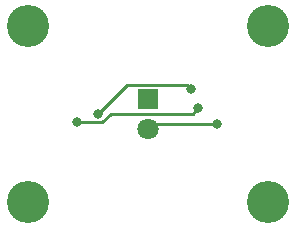
<source format=gbr>
%TF.GenerationSoftware,KiCad,Pcbnew,7.0.2-6a45011f42~172~ubuntu22.04.1*%
%TF.CreationDate,2023-09-06T17:39:41-07:00*%
%TF.ProjectId,basic_led,62617369-635f-46c6-9564-2e6b69636164,rev?*%
%TF.SameCoordinates,Original*%
%TF.FileFunction,Copper,L2,Bot*%
%TF.FilePolarity,Positive*%
%FSLAX46Y46*%
G04 Gerber Fmt 4.6, Leading zero omitted, Abs format (unit mm)*
G04 Created by KiCad (PCBNEW 7.0.2-6a45011f42~172~ubuntu22.04.1) date 2023-09-06 17:39:41*
%MOMM*%
%LPD*%
G01*
G04 APERTURE LIST*
%TA.AperFunction,ComponentPad*%
%ADD10C,3.570000*%
%TD*%
%TA.AperFunction,ComponentPad*%
%ADD11R,1.800000X1.800000*%
%TD*%
%TA.AperFunction,ComponentPad*%
%ADD12C,1.800000*%
%TD*%
%TA.AperFunction,ViaPad*%
%ADD13C,0.800000*%
%TD*%
%TA.AperFunction,Conductor*%
%ADD14C,0.250000*%
%TD*%
G04 APERTURE END LIST*
D10*
%TO.P,M1,~*%
%TO.N,N/C*%
X52540000Y-52540000D03*
%TD*%
%TO.P,M2,~*%
%TO.N,N/C*%
X72860000Y-52540000D03*
%TD*%
%TO.P,M3,~*%
%TO.N,N/C*%
X72860000Y-67460000D03*
%TD*%
%TO.P,M4,~*%
%TO.N,N/C*%
X52540000Y-67460000D03*
%TD*%
D11*
%TO.P,D1,1,K*%
%TO.N,Net-(D1-K)*%
X62700000Y-58730000D03*
D12*
%TO.P,D1,2,A*%
%TO.N,/3V3*%
X62700000Y-61270000D03*
%TD*%
D13*
%TO.N,/3V3*%
X68492000Y-60802800D03*
%TO.N,/SCL*%
X66357400Y-57866600D03*
X58493600Y-59962000D03*
%TO.N,/SDA*%
X56708200Y-60687400D03*
X66954100Y-59500000D03*
%TD*%
D14*
%TO.N,/3V3*%
X63167200Y-60802800D02*
X62700000Y-61270000D01*
X68492000Y-60802800D02*
X63167200Y-60802800D01*
%TO.N,/SCL*%
X66357400Y-57866600D02*
X65995600Y-57504800D01*
X65995600Y-57504800D02*
X60950800Y-57504800D01*
X60950800Y-57504800D02*
X58493600Y-59962000D01*
%TO.N,/SDA*%
X66498900Y-59955200D02*
X66954100Y-59500000D01*
X56708200Y-60687400D02*
X58793600Y-60687400D01*
X59525800Y-59955200D02*
X66498900Y-59955200D01*
X58793600Y-60687400D02*
X59525800Y-59955200D01*
%TD*%
M02*

</source>
